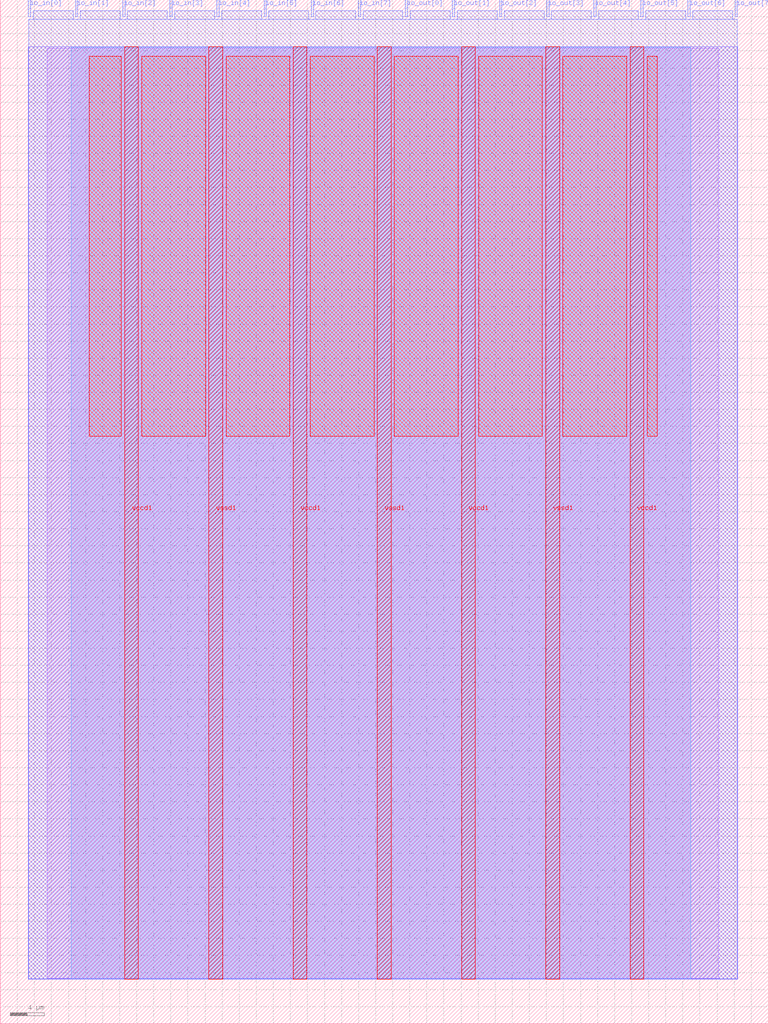
<source format=lef>
VERSION 5.7 ;
  NOWIREEXTENSIONATPIN ON ;
  DIVIDERCHAR "/" ;
  BUSBITCHARS "[]" ;
MACRO alu_top
  CLASS BLOCK ;
  FOREIGN alu_top ;
  ORIGIN 0.000 0.000 ;
  SIZE 90.000 BY 120.000 ;
  PIN io_in[0]
    DIRECTION INPUT ;
    USE SIGNAL ;
    PORT
      LAYER met2 ;
        RECT 3.310 118.000 3.590 120.000 ;
    END
  END io_in[0]
  PIN io_in[1]
    DIRECTION INPUT ;
    USE SIGNAL ;
    PORT
      LAYER met2 ;
        RECT 8.830 118.000 9.110 120.000 ;
    END
  END io_in[1]
  PIN io_in[2]
    DIRECTION INPUT ;
    USE SIGNAL ;
    PORT
      LAYER met2 ;
        RECT 14.350 118.000 14.630 120.000 ;
    END
  END io_in[2]
  PIN io_in[3]
    DIRECTION INPUT ;
    USE SIGNAL ;
    PORT
      LAYER met2 ;
        RECT 19.870 118.000 20.150 120.000 ;
    END
  END io_in[3]
  PIN io_in[4]
    DIRECTION INPUT ;
    USE SIGNAL ;
    PORT
      LAYER met2 ;
        RECT 25.390 118.000 25.670 120.000 ;
    END
  END io_in[4]
  PIN io_in[5]
    DIRECTION INPUT ;
    USE SIGNAL ;
    PORT
      LAYER met2 ;
        RECT 30.910 118.000 31.190 120.000 ;
    END
  END io_in[5]
  PIN io_in[6]
    DIRECTION INPUT ;
    USE SIGNAL ;
    PORT
      LAYER met2 ;
        RECT 36.430 118.000 36.710 120.000 ;
    END
  END io_in[6]
  PIN io_in[7]
    DIRECTION INPUT ;
    USE SIGNAL ;
    PORT
      LAYER met2 ;
        RECT 41.950 118.000 42.230 120.000 ;
    END
  END io_in[7]
  PIN io_out[0]
    DIRECTION OUTPUT TRISTATE ;
    USE SIGNAL ;
    PORT
      LAYER met2 ;
        RECT 47.470 118.000 47.750 120.000 ;
    END
  END io_out[0]
  PIN io_out[1]
    DIRECTION OUTPUT TRISTATE ;
    USE SIGNAL ;
    PORT
      LAYER met2 ;
        RECT 52.990 118.000 53.270 120.000 ;
    END
  END io_out[1]
  PIN io_out[2]
    DIRECTION OUTPUT TRISTATE ;
    USE SIGNAL ;
    PORT
      LAYER met2 ;
        RECT 58.510 118.000 58.790 120.000 ;
    END
  END io_out[2]
  PIN io_out[3]
    DIRECTION OUTPUT TRISTATE ;
    USE SIGNAL ;
    PORT
      LAYER met2 ;
        RECT 64.030 118.000 64.310 120.000 ;
    END
  END io_out[3]
  PIN io_out[4]
    DIRECTION OUTPUT TRISTATE ;
    USE SIGNAL ;
    PORT
      LAYER met2 ;
        RECT 69.550 118.000 69.830 120.000 ;
    END
  END io_out[4]
  PIN io_out[5]
    DIRECTION OUTPUT TRISTATE ;
    USE SIGNAL ;
    PORT
      LAYER met2 ;
        RECT 75.070 118.000 75.350 120.000 ;
    END
  END io_out[5]
  PIN io_out[6]
    DIRECTION OUTPUT TRISTATE ;
    USE SIGNAL ;
    PORT
      LAYER met2 ;
        RECT 80.590 118.000 80.870 120.000 ;
    END
  END io_out[6]
  PIN io_out[7]
    DIRECTION OUTPUT TRISTATE ;
    USE SIGNAL ;
    PORT
      LAYER met2 ;
        RECT 86.110 118.000 86.390 120.000 ;
    END
  END io_out[7]
  PIN vccd1
    DIRECTION INOUT ;
    USE POWER ;
    PORT
      LAYER met4 ;
        RECT 14.590 5.200 16.190 114.480 ;
    END
    PORT
      LAYER met4 ;
        RECT 34.330 5.200 35.930 114.480 ;
    END
    PORT
      LAYER met4 ;
        RECT 54.070 5.200 55.670 114.480 ;
    END
    PORT
      LAYER met4 ;
        RECT 73.810 5.200 75.410 114.480 ;
    END
  END vccd1
  PIN vssd1
    DIRECTION INOUT ;
    USE GROUND ;
    PORT
      LAYER met4 ;
        RECT 24.460 5.200 26.060 114.480 ;
    END
    PORT
      LAYER met4 ;
        RECT 44.200 5.200 45.800 114.480 ;
    END
    PORT
      LAYER met4 ;
        RECT 63.940 5.200 65.540 114.480 ;
    END
  END vssd1
  OBS
      LAYER li1 ;
        RECT 5.520 5.355 84.180 114.325 ;
      LAYER met1 ;
        RECT 3.290 5.200 86.410 114.480 ;
      LAYER met2 ;
        RECT 3.870 117.720 8.550 118.730 ;
        RECT 9.390 117.720 14.070 118.730 ;
        RECT 14.910 117.720 19.590 118.730 ;
        RECT 20.430 117.720 25.110 118.730 ;
        RECT 25.950 117.720 30.630 118.730 ;
        RECT 31.470 117.720 36.150 118.730 ;
        RECT 36.990 117.720 41.670 118.730 ;
        RECT 42.510 117.720 47.190 118.730 ;
        RECT 48.030 117.720 52.710 118.730 ;
        RECT 53.550 117.720 58.230 118.730 ;
        RECT 59.070 117.720 63.750 118.730 ;
        RECT 64.590 117.720 69.270 118.730 ;
        RECT 70.110 117.720 74.790 118.730 ;
        RECT 75.630 117.720 80.310 118.730 ;
        RECT 81.150 117.720 85.830 118.730 ;
        RECT 3.320 5.255 86.380 117.720 ;
      LAYER met3 ;
        RECT 8.345 5.275 80.895 114.405 ;
      LAYER met4 ;
        RECT 10.415 68.855 14.190 113.385 ;
        RECT 16.590 68.855 24.060 113.385 ;
        RECT 26.460 68.855 33.930 113.385 ;
        RECT 36.330 68.855 43.800 113.385 ;
        RECT 46.200 68.855 53.670 113.385 ;
        RECT 56.070 68.855 63.540 113.385 ;
        RECT 65.940 68.855 73.410 113.385 ;
        RECT 75.810 68.855 76.985 113.385 ;
  END
END alu_top
END LIBRARY


</source>
